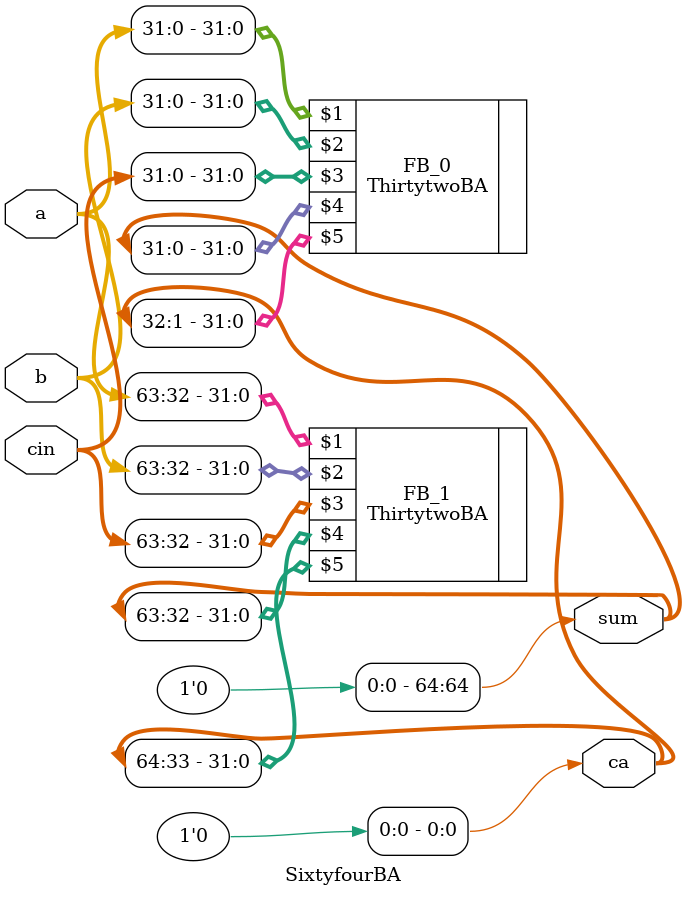
<source format=v>
`include "FullAdder/32_RCA.v"

module SixtyfourBA (a, b, cin, sum, ca);

input [64:0] a,b;
input [64:0]cin;

output[64:0] sum;
output [64:0]ca;

assign ca[0]=1'b0;
assign sum[64]=1'b0;

ThirtytwoBA  FB_0(a[31:0],b[31:0],cin[31:0],sum[31:0],ca[32:1]);
ThirtytwoBA  FB_1(a[63:32],b[63:32],cin[63:32],sum[63:32],ca[64:33]);

endmodule

</source>
